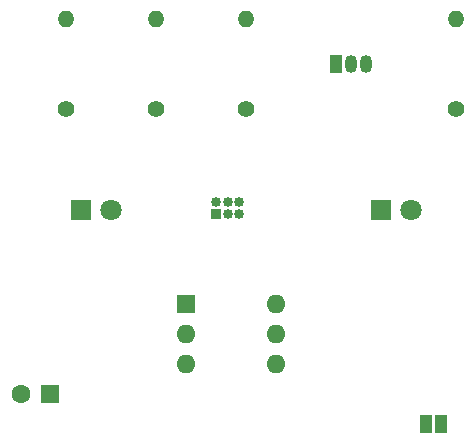
<source format=gbr>
%TF.GenerationSoftware,KiCad,Pcbnew,8.0.6*%
%TF.CreationDate,2025-05-05T14:00:36-04:00*%
%TF.ProjectId,blinkingLight,626c696e-6b69-46e6-974c-696768742e6b,rev?*%
%TF.SameCoordinates,Original*%
%TF.FileFunction,Soldermask,Top*%
%TF.FilePolarity,Negative*%
%FSLAX46Y46*%
G04 Gerber Fmt 4.6, Leading zero omitted, Abs format (unit mm)*
G04 Created by KiCad (PCBNEW 8.0.6) date 2025-05-05 14:00:36*
%MOMM*%
%LPD*%
G01*
G04 APERTURE LIST*
%ADD10R,1.600000X1.600000*%
%ADD11C,1.600000*%
%ADD12C,1.400000*%
%ADD13O,1.400000X1.400000*%
%ADD14R,0.850000X0.850000*%
%ADD15O,0.850000X0.850000*%
%ADD16O,1.600000X1.600000*%
%ADD17R,1.000000X1.500000*%
%ADD18R,1.800000X1.800000*%
%ADD19C,1.800000*%
%ADD20R,1.050000X1.500000*%
%ADD21O,1.050000X1.500000*%
G04 APERTURE END LIST*
D10*
%TO.C,C1*%
X110450000Y-116840000D03*
D11*
X107950000Y-116840000D03*
%TD*%
D12*
%TO.C,R4*%
X144780000Y-92710000D03*
D13*
X144780000Y-85090000D03*
%TD*%
D12*
%TO.C,R1*%
X111760000Y-92710000D03*
D13*
X111760000Y-85090000D03*
%TD*%
D12*
%TO.C,R2*%
X119380000Y-92710000D03*
D13*
X119380000Y-85090000D03*
%TD*%
%TO.C,R3*%
X127000000Y-85090000D03*
D12*
X127000000Y-92710000D03*
%TD*%
D14*
%TO.C,J1*%
X124460000Y-101600000D03*
D15*
X124460000Y-100600000D03*
X125460000Y-101600000D03*
X125460000Y-100600000D03*
X126460000Y-101600000D03*
X126460000Y-100600000D03*
%TD*%
D10*
%TO.C,U1*%
X121920000Y-109220000D03*
D16*
X121920000Y-111760000D03*
X121920000Y-114300000D03*
X129540000Y-114300000D03*
X129540000Y-111760000D03*
X129540000Y-109220000D03*
%TD*%
D17*
%TO.C,J2*%
X142240000Y-119380000D03*
X143540000Y-119380000D03*
%TD*%
D18*
%TO.C,D1*%
X113050000Y-101305000D03*
D19*
X115590000Y-101305000D03*
%TD*%
D18*
%TO.C,D2*%
X138450000Y-101305000D03*
D19*
X140990000Y-101305000D03*
%TD*%
D20*
%TO.C,Q1*%
X134620000Y-88900000D03*
D21*
X135890000Y-88900000D03*
X137160000Y-88900000D03*
%TD*%
M02*

</source>
